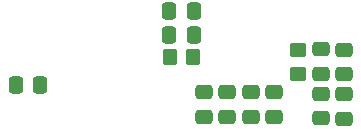
<source format=gbr>
%TF.GenerationSoftware,KiCad,Pcbnew,7.0.1*%
%TF.CreationDate,2023-05-12T19:52:32+02:00*%
%TF.ProjectId,UFO-FPGA,55464f2d-4650-4474-912e-6b696361645f,V0.8*%
%TF.SameCoordinates,Original*%
%TF.FileFunction,Paste,Bot*%
%TF.FilePolarity,Positive*%
%FSLAX46Y46*%
G04 Gerber Fmt 4.6, Leading zero omitted, Abs format (unit mm)*
G04 Created by KiCad (PCBNEW 7.0.1) date 2023-05-12 19:52:32*
%MOMM*%
%LPD*%
G01*
G04 APERTURE LIST*
G04 Aperture macros list*
%AMRoundRect*
0 Rectangle with rounded corners*
0 $1 Rounding radius*
0 $2 $3 $4 $5 $6 $7 $8 $9 X,Y pos of 4 corners*
0 Add a 4 corners polygon primitive as box body*
4,1,4,$2,$3,$4,$5,$6,$7,$8,$9,$2,$3,0*
0 Add four circle primitives for the rounded corners*
1,1,$1+$1,$2,$3*
1,1,$1+$1,$4,$5*
1,1,$1+$1,$6,$7*
1,1,$1+$1,$8,$9*
0 Add four rect primitives between the rounded corners*
20,1,$1+$1,$2,$3,$4,$5,0*
20,1,$1+$1,$4,$5,$6,$7,0*
20,1,$1+$1,$6,$7,$8,$9,0*
20,1,$1+$1,$8,$9,$2,$3,0*%
G04 Aperture macros list end*
%ADD10RoundRect,0.250000X-0.475000X0.337500X-0.475000X-0.337500X0.475000X-0.337500X0.475000X0.337500X0*%
%ADD11RoundRect,0.250000X-0.337500X-0.475000X0.337500X-0.475000X0.337500X0.475000X-0.337500X0.475000X0*%
%ADD12RoundRect,0.250000X-0.450000X0.350000X-0.450000X-0.350000X0.450000X-0.350000X0.450000X0.350000X0*%
%ADD13RoundRect,0.250000X0.475000X-0.337500X0.475000X0.337500X-0.475000X0.337500X-0.475000X-0.337500X0*%
%ADD14RoundRect,0.250000X0.337500X0.475000X-0.337500X0.475000X-0.337500X-0.475000X0.337500X-0.475000X0*%
%ADD15RoundRect,0.250000X-0.350000X-0.450000X0.350000X-0.450000X0.350000X0.450000X-0.350000X0.450000X0*%
G04 APERTURE END LIST*
D10*
%TO.C,C31*%
X172420000Y-81772500D03*
X172420000Y-83847500D03*
%TD*%
D11*
%TO.C,C17*%
X159605200Y-74755800D03*
X161680200Y-74755800D03*
%TD*%
D12*
%TO.C,R26*%
X170460000Y-78040000D03*
X170460000Y-80040000D03*
%TD*%
D13*
%TO.C,C20*%
X174400000Y-80087500D03*
X174400000Y-78012500D03*
%TD*%
D14*
%TO.C,C15*%
X148662500Y-81050000D03*
X146587500Y-81050000D03*
%TD*%
D10*
%TO.C,C69*%
X164510000Y-81622500D03*
X164510000Y-83697500D03*
%TD*%
%TO.C,C67*%
X166490000Y-81612500D03*
X166490000Y-83687500D03*
%TD*%
%TO.C,C43*%
X168478100Y-81639700D03*
X168478100Y-83714700D03*
%TD*%
D15*
%TO.C,R25*%
X159630000Y-78670000D03*
X161630000Y-78670000D03*
%TD*%
D11*
%TO.C,C18*%
X159614000Y-76739600D03*
X161689000Y-76739600D03*
%TD*%
D10*
%TO.C,C61*%
X162520000Y-81612500D03*
X162520000Y-83687500D03*
%TD*%
%TO.C,C32*%
X174420000Y-81812500D03*
X174420000Y-83887500D03*
%TD*%
D13*
%TO.C,C19*%
X172430000Y-80077500D03*
X172430000Y-78002500D03*
%TD*%
M02*

</source>
